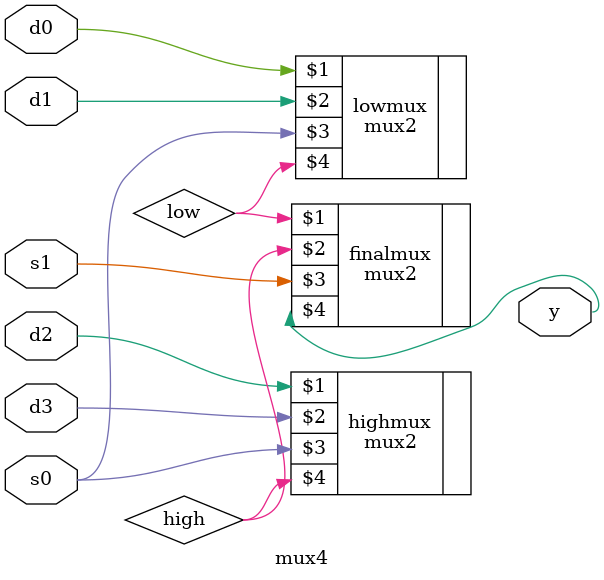
<source format=sv>
module mux4(input logic d0, d1, d2, d3, s0, s1, 
		    output logic y); 
	logic low, high;
	
	mux2 lowmux(d0, d1, s0, low);
	mux2 highmux(d2, d3, s0, high);
	mux2 finalmux(low, high, s1, y);
endmodule

</source>
